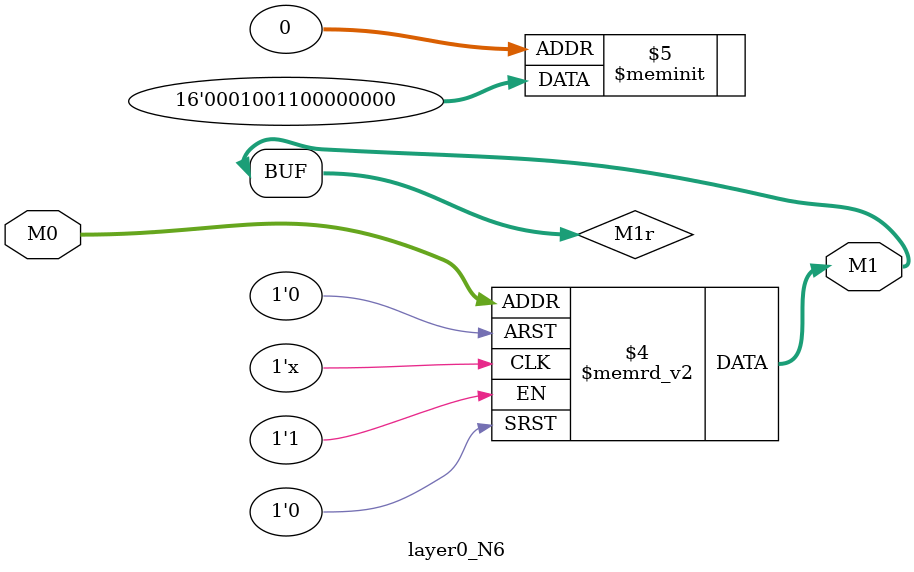
<source format=v>
module layer0_N6 ( input [2:0] M0, output [1:0] M1 );

	(*rom_style = "distributed" *) reg [1:0] M1r;
	assign M1 = M1r;
	always @ (M0) begin
		case (M0)
			3'b000: M1r = 2'b00;
			3'b100: M1r = 2'b11;
			3'b010: M1r = 2'b00;
			3'b110: M1r = 2'b01;
			3'b001: M1r = 2'b00;
			3'b101: M1r = 2'b00;
			3'b011: M1r = 2'b00;
			3'b111: M1r = 2'b00;

		endcase
	end
endmodule

</source>
